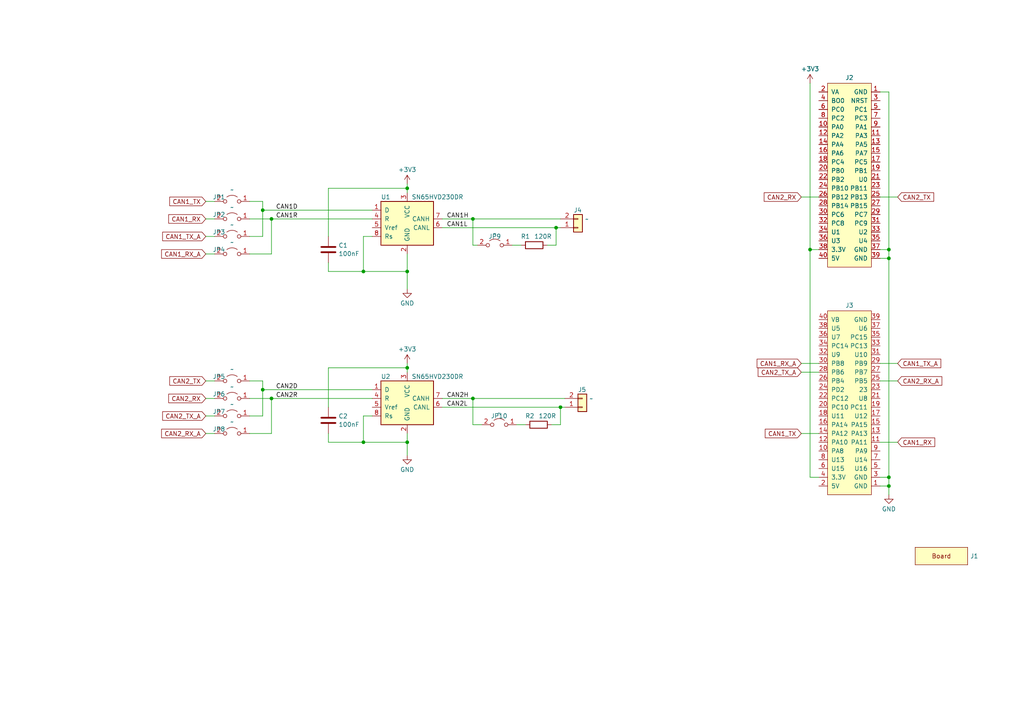
<source format=kicad_sch>
(kicad_sch (version 20230121) (generator eeschema)
  (paper "A4")
  (title_block (title "${TITLE}") (rev "${REVISION}") (company "${COMPANY}") (comment 1 "${URL}") (comment 2 "${AUTHOR}") (comment 3 "${AUTHOR_EMAIL}"))
  (lib_symbols
    (symbol "Connector_Generic:Conn_01x02" (pin_names (offset 1.016) hide)
      (property "Reference" "J" (at 0 2.54 0))
      (property "Value" "Conn_01x02" (at 0 -5.08 0))
      (symbol "Conn_01x02_1_1"
        (rectangle (start -1.27 -2.413) (end 0 -2.667) (stroke (width 0.1524)))
        (rectangle (start -1.27 0.127) (end 0 -0.127) (stroke (width 0.1524)))
        (rectangle (start -1.27 1.27) (end 1.27 -3.81) (stroke (width 0.254)) (fill (type background)))
        (pin passive line (at -5.08 0 0) (length 3.81) (name "Pin_1") (number "1"))
        (pin passive line (at -5.08 -2.54 0) (length 3.81) (name "Pin_2") (number "2"))
      )
    )
    (symbol "Device:C" (pin_numbers hide) (pin_names (offset 0.254))
      (property "Reference" "C" (at 0.635 2.54 0))
      (property "Value" "C" (at 0.635 -2.54 0))
      (symbol "C_0_1"
        (polyline (pts (xy -2.032 -0.762) (xy 2.032 -0.762)) (stroke (width 0.508)))
        (polyline (pts (xy -2.032 0.762) (xy 2.032 0.762)) (stroke (width 0.508)))
      )
      (symbol "C_1_1"
        (pin passive line (at 0 3.81 270) (length 2.794) (name "~") (number "1"))
        (pin passive line (at 0 -3.81 90) (length 2.794) (name "~") (number "2"))
      )
    )
    (symbol "Device:R" (pin_numbers hide) (pin_names (offset 0))
      (property "Reference" "R" (at 2.032 0 90))
      (property "Value" "R" (at 0 0 90))
      (symbol "R_0_1"
        (rectangle (start -1.016 -2.54) (end 1.016 2.54) (stroke (width 0.254)))
      )
      (symbol "R_1_1"
        (pin passive line (at 0 3.81 270) (length 1.27) (name "~") (number "1"))
        (pin passive line (at 0 -3.81 90) (length 1.27) (name "~") (number "2"))
      )
    )
    (symbol "Interface_CAN_LIN:SN65HVD230" (pin_names (offset 1.016))
      (property "Reference" "U" (at -2.54 10.16 0))
      (property "Value" "SN65HVD230" (at -2.54 7.62 0))
      (symbol "SN65HVD230_0_1"
        (rectangle (start -7.62 5.08) (end 7.62 -7.62) (stroke (width 0.254)) (fill (type background)))
      )
      (symbol "SN65HVD230_1_1"
        (pin input line (at -10.16 2.54 0) (length 2.54) (name "D") (number "1"))
        (pin power_in line (at 0 -10.16 90) (length 2.54) (name "GND") (number "2"))
        (pin power_in line (at 0 7.62 270) (length 2.54) (name "VCC") (number "3"))
        (pin output line (at -10.16 0 0) (length 2.54) (name "R") (number "4"))
        (pin output line (at -10.16 -2.54 0) (length 2.54) (name "Vref") (number "5"))
        (pin bidirectional line (at 10.16 -2.54 180) (length 2.54) (name "CANL") (number "6"))
        (pin bidirectional line (at 10.16 0 180) (length 2.54) (name "CANH") (number "7"))
        (pin input line (at -10.16 -5.08 0) (length 2.54) (name "Rs") (number "8"))
      )
    )
    (symbol "Jumper:Jumper_2_Open" (pin_names (offset 0) hide)
      (property "Reference" "JP" (at 0 2.794 0))
      (property "Value" "Jumper_2_Open" (at 0 -2.286 0))
      (symbol "Jumper_2_Open_0_0"
        (circle (center -2.032 0) (radius 0.508))
        (circle (center 2.032 0) (radius 0.508))
      )
      (symbol "Jumper_2_Open_0_1"
        (arc (start 1.524 1.27) (mid 0 1.778) (end -1.524 1.27))
      )
      (symbol "Jumper_2_Open_1_1"
        (pin passive line (at -5.08 0 0) (length 2.54) (name "A") (number "1"))
        (pin passive line (at 5.08 0 180) (length 2.54) (name "B") (number "2"))
      )
    )
    (symbol "power:+3V3" (power) (pin_names (offset 0))
      (property "Value" "+3V3" (at 0 3.556 0))
      (symbol "+3V3_0_1"
        (polyline (pts (xy -0.762 1.27) (xy 0 2.54)))
        (polyline (pts (xy 0 0) (xy 0 2.54)))
        (polyline (pts (xy 0 2.54) (xy 0.762 1.27)))
      )
      (symbol "+3V3_1_1"
        (pin power_in line (at 0 0 90) (length 0) hide (name "+3V3") (number "1"))
      )
    )
    (symbol "power:GND" (power) (pin_names (offset 0))
      (property "Value" "GND" (at 0 -3.81 0))
      (symbol "GND_0_1"
        (polyline (pts (xy 0 0) (xy 0 -1.27) (xy 1.27 -1.27) (xy 0 -2.54) (xy -1.27 -1.27) (xy 0 -1.27)))
      )
      (symbol "GND_1_1"
        (pin power_in line (at 0 0 270) (length 0) hide (name "GND") (number "1"))
      )
    )
    (symbol "stm32world:STM32WORLD_BOARD" (pin_names (offset 1.016))
      (property "Reference" "J" (at -6.35 3.81 0))
      (symbol "STM32WORLD_BOARD_0_0"
        (text "Board" (at 0 0 0) (effects (font (size 1.27 1.27))))
      )
      (symbol "STM32WORLD_BOARD_0_1"
        (rectangle (start -7.62 2.54) (end 7.62 -2.54) (stroke (width 0.1524)) (fill (type background)))
      )
    )
    (symbol "stm32world:STM32WORLD_CONNECTOR_1" (pin_names (offset 1.016))
      (property "Reference" "J" (at -6.35 27.94 0))
      (symbol "STM32WORLD_CONNECTOR_1_0_1"
        (rectangle (start -6.35 26.67) (end 6.35 -26.67) (fill (type background)))
      )
      (symbol "STM32WORLD_CONNECTOR_1_1_1"
        (pin passive line (at 8.89 24.13 180) (length 2.54) (name "GND") (number "1"))
        (pin passive line (at -8.89 13.97 0) (length 2.54) (name "PA0") (number "10"))
        (pin passive line (at 8.89 11.43 180) (length 2.54) (name "PA3") (number "11"))
        (pin passive line (at -8.89 11.43 0) (length 2.54) (name "PA2") (number "12"))
        (pin passive line (at 8.89 8.89 180) (length 2.54) (name "PA5") (number "13"))
        (pin passive line (at -8.89 8.89 0) (length 2.54) (name "PA4") (number "14"))
        (pin passive line (at 8.89 6.35 180) (length 2.54) (name "PA7") (number "15"))
        (pin passive line (at -8.89 6.35 0) (length 2.54) (name "PA6") (number "16"))
        (pin passive line (at 8.89 3.81 180) (length 2.54) (name "PC5") (number "17"))
        (pin passive line (at -8.89 3.81 0) (length 2.54) (name "PC4") (number "18"))
        (pin passive line (at 8.89 1.27 180) (length 2.54) (name "PB1") (number "19"))
        (pin passive line (at -8.89 24.13 0) (length 2.54) (name "VA") (number "2"))
        (pin passive line (at -8.89 1.27 0) (length 2.54) (name "PB0") (number "20"))
        (pin passive line (at 8.89 -1.27 180) (length 2.54) (name "U0") (number "21"))
        (pin passive line (at -8.89 -1.27 0) (length 2.54) (name "PB2") (number "22"))
        (pin passive line (at 8.89 -3.81 180) (length 2.54) (name "PB11") (number "23"))
        (pin passive line (at -8.89 -3.81 0) (length 2.54) (name "PB10") (number "24"))
        (pin passive line (at 8.89 -6.35 180) (length 2.54) (name "PB13") (number "25"))
        (pin passive line (at -8.89 -6.35 0) (length 2.54) (name "PB12") (number "26"))
        (pin passive line (at 8.89 -8.89 180) (length 2.54) (name "PB15") (number "27"))
        (pin passive line (at -8.89 -8.89 0) (length 2.54) (name "PB14") (number "28"))
        (pin passive line (at 8.89 -11.43 180) (length 2.54) (name "PC7") (number "29"))
        (pin passive line (at 8.89 21.59 180) (length 2.54) (name "NRST") (number "3"))
        (pin passive line (at -8.89 -11.43 0) (length 2.54) (name "PC6") (number "30"))
        (pin passive line (at 8.89 -13.97 180) (length 2.54) (name "PC9") (number "31"))
        (pin passive line (at -8.89 -13.97 0) (length 2.54) (name "PC8") (number "32"))
        (pin passive line (at 8.89 -16.51 180) (length 2.54) (name "U2") (number "33"))
        (pin passive line (at -8.89 -16.51 0) (length 2.54) (name "U1") (number "34"))
        (pin passive line (at 8.89 -19.05 180) (length 2.54) (name "U4") (number "35"))
        (pin passive line (at -8.89 -19.05 0) (length 2.54) (name "U3") (number "36"))
        (pin passive line (at 8.89 -21.59 180) (length 2.54) (name "GND") (number "37"))
        (pin passive line (at -8.89 -21.59 0) (length 2.54) (name "3.3V") (number "38"))
        (pin passive line (at 8.89 -24.13 180) (length 2.54) (name "GND") (number "39"))
        (pin passive line (at -8.89 21.59 0) (length 2.54) (name "BO0") (number "4"))
        (pin passive line (at -8.89 -24.13 0) (length 2.54) (name "5V") (number "40"))
        (pin passive line (at 8.89 19.05 180) (length 2.54) (name "PC1") (number "5"))
        (pin passive line (at -8.89 19.05 0) (length 2.54) (name "PC0") (number "6"))
        (pin passive line (at 8.89 16.51 180) (length 2.54) (name "PC3") (number "7"))
        (pin passive line (at -8.89 16.51 0) (length 2.54) (name "PC2") (number "8"))
        (pin passive line (at 8.89 13.97 180) (length 2.54) (name "PA1") (number "9"))
      )
    )
    (symbol "stm32world:STM32WORLD_CONNECTOR_2" (pin_names (offset 1.016))
      (property "Reference" "J" (at -5.08 27.94 0))
      (symbol "STM32WORLD_CONNECTOR_2_0_1"
        (rectangle (start 6.35 26.67) (end -6.35 -26.67) (fill (type background)))
      )
      (symbol "STM32WORLD_CONNECTOR_2_1_1"
        (pin passive line (at 8.89 -24.13 180) (length 2.54) (name "GND") (number "1"))
        (pin passive line (at -8.89 -13.97 0) (length 2.54) (name "PA8") (number "10"))
        (pin passive line (at 8.89 -11.43 180) (length 2.54) (name "PA11") (number "11"))
        (pin passive line (at -8.89 -11.43 0) (length 2.54) (name "PA10") (number "12"))
        (pin passive line (at 8.89 -8.89 180) (length 2.54) (name "PA13") (number "13"))
        (pin passive line (at -8.89 -8.89 0) (length 2.54) (name "PA12") (number "14"))
        (pin passive line (at 8.89 -6.35 180) (length 2.54) (name "PA15") (number "15"))
        (pin passive line (at -8.89 -6.35 0) (length 2.54) (name "PA14") (number "16"))
        (pin passive line (at 8.89 -3.81 180) (length 2.54) (name "U12") (number "17"))
        (pin passive line (at -8.89 -3.81 0) (length 2.54) (name "U11") (number "18"))
        (pin passive line (at 8.89 -1.27 180) (length 2.54) (name "PC11") (number "19"))
        (pin passive line (at -8.89 -24.13 0) (length 2.54) (name "5V") (number "2"))
        (pin passive line (at -8.89 -1.27 0) (length 2.54) (name "PC10") (number "20"))
        (pin passive line (at 8.89 1.27 180) (length 2.54) (name "U8") (number "21"))
        (pin passive line (at -8.89 1.27 0) (length 2.54) (name "PC12") (number "22"))
        (pin passive line (at 8.89 3.81 180) (length 2.54) (name "23") (number "23"))
        (pin passive line (at -8.89 3.81 0) (length 2.54) (name "PD2") (number "24"))
        (pin passive line (at 8.89 6.35 180) (length 2.54) (name "PB5") (number "25"))
        (pin passive line (at -8.89 6.35 0) (length 2.54) (name "PB4") (number "26"))
        (pin passive line (at 8.89 8.89 180) (length 2.54) (name "PB7") (number "27"))
        (pin passive line (at -8.89 8.89 0) (length 2.54) (name "PB6") (number "28"))
        (pin passive line (at 8.89 11.43 180) (length 2.54) (name "PB9") (number "29"))
        (pin passive line (at 8.89 -21.59 180) (length 2.54) (name "GND") (number "3"))
        (pin passive line (at -8.89 11.43 0) (length 2.54) (name "PB8") (number "30"))
        (pin passive line (at 8.89 13.97 180) (length 2.54) (name "U10") (number "31"))
        (pin passive line (at -8.89 13.97 0) (length 2.54) (name "U9") (number "32"))
        (pin passive line (at 8.89 16.51 180) (length 2.54) (name "PC13") (number "33"))
        (pin passive line (at -8.89 16.51 0) (length 2.54) (name "PC14") (number "34"))
        (pin passive line (at 8.89 19.05 180) (length 2.54) (name "PC15") (number "35"))
        (pin passive line (at -8.89 19.05 0) (length 2.54) (name "U7") (number "36"))
        (pin passive line (at 8.89 21.59 180) (length 2.54) (name "U6") (number "37"))
        (pin passive line (at -8.89 21.59 0) (length 2.54) (name "U5") (number "38"))
        (pin passive line (at 8.89 24.13 180) (length 2.54) (name "GND") (number "39"))
        (pin passive line (at -8.89 -21.59 0) (length 2.54) (name "3.3V") (number "4"))
        (pin passive line (at -8.89 24.13 0) (length 2.54) (name "VB") (number "40"))
        (pin passive line (at 8.89 -19.05 180) (length 2.54) (name "U16") (number "5"))
        (pin passive line (at -8.89 -19.05 0) (length 2.54) (name "U15") (number "6"))
        (pin passive line (at 8.89 -16.51 180) (length 2.54) (name "U14") (number "7"))
        (pin passive line (at -8.89 -16.51 0) (length 2.54) (name "U13") (number "8"))
        (pin passive line (at 8.89 -13.97 180) (length 2.54) (name "PA9") (number "9"))
      )
    )
  )
  (junction (at 105.41 78.74))
  (junction (at 234.95 72.39))
  (junction (at 161.29 66.04))
  (junction (at 118.11 128.27))
  (junction (at 137.16 115.57))
  (junction (at 257.81 138.43))
  (junction (at 78.74 115.57))
  (junction (at 118.11 106.68))
  (junction (at 162.56 118.11))
  (junction (at 78.74 63.5))
  (junction (at 118.11 54.61))
  (junction (at 257.81 74.93))
  (junction (at 105.41 128.27))
  (junction (at 76.2 113.03))
  (junction (at 257.81 72.39))
  (junction (at 257.81 140.97))
  (junction (at 118.11 78.74))
  (junction (at 137.16 63.5))
  (junction (at 76.2 60.96))
  (wire (pts (xy 76.2 68.58) (xy 72.39 68.58)))
  (wire (pts (xy 72.39 63.5) (xy 78.74 63.5)))
  (wire (pts (xy 76.2 58.42) (xy 72.39 58.42)))
  (wire (pts (xy 76.2 60.96) (xy 76.2 58.42)))
  (wire (pts (xy 78.74 115.57) (xy 107.95 115.57)))
  (wire (pts (xy 72.39 110.49) (xy 76.2 110.49)))
  (wire (pts (xy 162.56 63.5) (xy 137.16 63.5)))
  (wire (pts (xy 107.95 68.58) (xy 105.41 68.58)))
  (wire (pts (xy 72.39 115.57) (xy 78.74 115.57)))
  (wire (pts (xy 255.27 105.41) (xy 260.35 105.41)))
  (wire (pts (xy 163.83 115.57) (xy 137.16 115.57)))
  (wire (pts (xy 59.69 110.49) (xy 62.23 110.49)))
  (wire (pts (xy 76.2 110.49) (xy 76.2 113.03)))
  (wire (pts (xy 59.69 63.5) (xy 62.23 63.5)))
  (wire (pts (xy 139.7 123.19) (xy 137.16 123.19)))
  (wire (pts (xy 78.74 125.73) (xy 72.39 125.73)))
  (wire (pts (xy 234.95 138.43) (xy 237.49 138.43)))
  (wire (pts (xy 76.2 113.03) (xy 107.95 113.03)))
  (wire (pts (xy 255.27 128.27) (xy 260.35 128.27)))
  (wire (pts (xy 148.59 71.12) (xy 151.13 71.12)))
  (wire (pts (xy 232.41 57.15) (xy 237.49 57.15)))
  (wire (pts (xy 95.25 76.2) (xy 95.25 78.74)))
  (wire (pts (xy 105.41 68.58) (xy 105.41 78.74)))
  (wire (pts (xy 76.2 113.03) (xy 76.2 120.65)))
  (wire (pts (xy 118.11 83.82) (xy 118.11 78.74)))
  (wire (pts (xy 137.16 115.57) (xy 128.27 115.57)))
  (wire (pts (xy 59.69 68.58) (xy 62.23 68.58)))
  (wire (pts (xy 95.25 78.74) (xy 105.41 78.74)))
  (wire (pts (xy 255.27 140.97) (xy 257.81 140.97)))
  (wire (pts (xy 105.41 120.65) (xy 105.41 128.27)))
  (wire (pts (xy 76.2 60.96) (xy 76.2 68.58)))
  (wire (pts (xy 163.83 118.11) (xy 162.56 118.11)))
  (wire (pts (xy 76.2 120.65) (xy 72.39 120.65)))
  (wire (pts (xy 107.95 60.96) (xy 76.2 60.96)))
  (wire (pts (xy 137.16 63.5) (xy 137.16 71.12)))
  (wire (pts (xy 255.27 110.49) (xy 260.35 110.49)))
  (wire (pts (xy 95.25 118.11) (xy 95.25 106.68)))
  (wire (pts (xy 234.95 72.39) (xy 237.49 72.39)))
  (wire (pts (xy 162.56 118.11) (xy 128.27 118.11)))
  (wire (pts (xy 95.25 106.68) (xy 118.11 106.68)))
  (wire (pts (xy 118.11 54.61) (xy 118.11 55.88)))
  (wire (pts (xy 95.25 54.61) (xy 95.25 68.58)))
  (wire (pts (xy 160.02 123.19) (xy 162.56 123.19)))
  (wire (pts (xy 118.11 105.41) (xy 118.11 106.68)))
  (wire (pts (xy 118.11 54.61) (xy 95.25 54.61)))
  (wire (pts (xy 257.81 138.43) (xy 257.81 74.93)))
  (wire (pts (xy 138.43 71.12) (xy 137.16 71.12)))
  (wire (pts (xy 78.74 63.5) (xy 78.74 73.66)))
  (wire (pts (xy 255.27 138.43) (xy 257.81 138.43)))
  (wire (pts (xy 78.74 73.66) (xy 72.39 73.66)))
  (wire (pts (xy 59.69 120.65) (xy 62.23 120.65)))
  (wire (pts (xy 257.81 72.39) (xy 257.81 26.67)))
  (wire (pts (xy 59.69 125.73) (xy 62.23 125.73)))
  (wire (pts (xy 234.95 72.39) (xy 234.95 138.43)))
  (wire (pts (xy 257.81 140.97) (xy 257.81 138.43)))
  (wire (pts (xy 105.41 128.27) (xy 118.11 128.27)))
  (wire (pts (xy 59.69 58.42) (xy 62.23 58.42)))
  (wire (pts (xy 78.74 115.57) (xy 78.74 125.73)))
  (wire (pts (xy 255.27 72.39) (xy 257.81 72.39)))
  (wire (pts (xy 137.16 63.5) (xy 128.27 63.5)))
  (wire (pts (xy 78.74 63.5) (xy 107.95 63.5)))
  (wire (pts (xy 232.41 105.41) (xy 237.49 105.41)))
  (wire (pts (xy 257.81 143.51) (xy 257.81 140.97)))
  (wire (pts (xy 59.69 73.66) (xy 62.23 73.66)))
  (wire (pts (xy 118.11 106.68) (xy 118.11 107.95)))
  (wire (pts (xy 137.16 123.19) (xy 137.16 115.57)))
  (wire (pts (xy 257.81 26.67) (xy 255.27 26.67)))
  (wire (pts (xy 162.56 123.19) (xy 162.56 118.11)))
  (wire (pts (xy 105.41 78.74) (xy 118.11 78.74)))
  (wire (pts (xy 118.11 132.08) (xy 118.11 128.27)))
  (wire (pts (xy 255.27 74.93) (xy 257.81 74.93)))
  (wire (pts (xy 234.95 24.13) (xy 234.95 72.39)))
  (wire (pts (xy 149.86 123.19) (xy 152.4 123.19)))
  (wire (pts (xy 232.41 107.95) (xy 237.49 107.95)))
  (wire (pts (xy 255.27 57.15) (xy 260.35 57.15)))
  (wire (pts (xy 161.29 66.04) (xy 128.27 66.04)))
  (wire (pts (xy 118.11 78.74) (xy 118.11 73.66)))
  (wire (pts (xy 162.56 66.04) (xy 161.29 66.04)))
  (wire (pts (xy 107.95 120.65) (xy 105.41 120.65)))
  (wire (pts (xy 161.29 71.12) (xy 161.29 66.04)))
  (wire (pts (xy 158.75 71.12) (xy 161.29 71.12)))
  (wire (pts (xy 232.41 125.73) (xy 237.49 125.73)))
  (wire (pts (xy 257.81 74.93) (xy 257.81 72.39)))
  (wire (pts (xy 95.25 128.27) (xy 105.41 128.27)))
  (wire (pts (xy 118.11 128.27) (xy 118.11 125.73)))
  (wire (pts (xy 118.11 53.34) (xy 118.11 54.61)))
  (wire (pts (xy 95.25 125.73) (xy 95.25 128.27)))
  (wire (pts (xy 59.69 115.57) (xy 62.23 115.57)))
  (label "CAN2R" (at 80.01 115.57 0))
  (label "CAN1R" (at 80.01 63.5 0))
  (label "CAN1L" (at 129.54 66.04 0))
  (label "CAN2L" (at 129.54 118.11 0))
  (label "CAN1H" (at 129.54 63.5 0))
  (label "CAN2H" (at 129.54 115.57 0))
  (label "CAN1D" (at 80.01 60.96 0))
  (label "CAN2D" (at 80.01 113.03 0))
  (global_label "CAN2_TX_A" (shape input) (at 232.41 107.95 180) (property "Intersheetrefs" "${INTERSHEET_REFS}" (effects hide)))
  (global_label "CAN2_TX" (shape input) (at 59.69 110.49 180) (property "Intersheetrefs" "${INTERSHEET_REFS}" (effects hide)))
  (global_label "CAN1_TX" (shape input) (at 59.69 58.42 180) (property "Intersheetrefs" "${INTERSHEET_REFS}" (effects hide)))
  (global_label "CAN2_RX" (shape input) (at 59.69 115.57 180) (property "Intersheetrefs" "${INTERSHEET_REFS}" (effects hide)))
  (global_label "CAN2_RX_A" (shape input) (at 260.35 110.49 0) (property "Intersheetrefs" "${INTERSHEET_REFS}" (effects hide)))
  (global_label "CAN2_TX_A" (shape input) (at 59.69 120.65 180) (property "Intersheetrefs" "${INTERSHEET_REFS}" (effects hide)))
  (global_label "CAN1_TX_A" (shape input) (at 260.35 105.41 0) (property "Intersheetrefs" "${INTERSHEET_REFS}" (effects hide)))
  (global_label "CAN1_RX" (shape input) (at 260.35 128.27 0) (property "Intersheetrefs" "${INTERSHEET_REFS}" (effects hide)))
  (global_label "CAN1_TX_A" (shape input) (at 59.69 68.58 180) (property "Intersheetrefs" "${INTERSHEET_REFS}" (effects hide)))
  (global_label "CAN1_TX" (shape input) (at 232.41 125.73 180) (property "Intersheetrefs" "${INTERSHEET_REFS}" (effects hide)))
  (global_label "CAN1_RX" (shape input) (at 59.69 63.5 180) (property "Intersheetrefs" "${INTERSHEET_REFS}" (effects hide)))
  (global_label "CAN1_RX_A" (shape input) (at 232.41 105.41 180) (property "Intersheetrefs" "${INTERSHEET_REFS}" (effects hide)))
  (global_label "CAN1_RX_A" (shape input) (at 59.69 73.66 180) (property "Intersheetrefs" "${INTERSHEET_REFS}" (effects hide)))
  (global_label "CAN2_RX" (shape input) (at 232.41 57.15 180) (property "Intersheetrefs" "${INTERSHEET_REFS}" (effects hide)))
  (global_label "CAN2_TX" (shape input) (at 260.35 57.15 0) (property "Intersheetrefs" "${INTERSHEET_REFS}" (effects hide)))
  (global_label "CAN2_RX_A" (shape input) (at 59.69 125.73 180) (property "Intersheetrefs" "${INTERSHEET_REFS}" (effects hide)))
  (symbol (lib_id "Interface_CAN_LIN:SN65HVD230") (at 118.11 63.5 0) (unit 1)
    (property "Reference" "U1" (at 110.49 57.15 0) (effects (justify left)))
    (property "Value" "SN65HVD230DR" (at 119.38 57.15 0) (effects (justify left)))
    (property "Footprint" "Package_SO:SOIC-8_3.9x4.9mm_P1.27mm" (effects hide))
    (property "Datasheet" "https://datasheet.lcsc.com/lcsc/2304140030_Texas-Instruments-SN65HVD230DR_C12084.pdf" (effects hide))
    (property "LCSC" "C12084" (effects hide))
  )
  (symbol (lib_id "stm32world:STM32WORLD_CONNECTOR_2") (at 246.38 116.84 0) (unit 1)
    (property "Reference" "J3" (at 246.38 88.5769 0))
    (property "Value" "STM32WORLD_CONNECTOR_2" (effects hide))
    (property "Footprint" "stm32world:PinSocket_2x20_P2.54mm_Vertical_Stackable" (effects hide))
    (property "LCSC" "C35165" (effects hide))
  )
  (symbol (lib_id "Jumper:Jumper_2_Open") (at 67.31 125.73 0) (mirror y) (unit 1)
    (property "Reference" "JP8" (at 63.5 124.46 0))
    (property "Value" "~" (at 67.31 122.3589 0))
    (property "Footprint" "Jumper:SolderJumper-2_P1.3mm_Open_TrianglePad1.0x1.5mm" (effects hide))
  )
  (symbol (lib_id "Device:C") (at 95.25 72.39 0) (unit 1)
    (property "Reference" "C1" (at 98.171 71.1779 0) (effects (justify left)))
    (property "Value" "100nF" (at 98.171 73.6021 0) (effects (justify left)))
    (property "Footprint" "Capacitor_SMD:C_0603_1608Metric" (effects hide))
    (property "LCSC" "C14663" (effects hide))
  )
  (symbol (lib_id "Connector_Generic:Conn_01x02") (at 167.64 66.04 0) (mirror x) (unit 1)
    (property "Reference" "J4" (at 166.37 60.96 0) (effects (justify left)))
    (property "Value" "~" (at 169.672 63.5579 0) (effects (justify left)))
    (property "Footprint" "TerminalBlock_Phoenix:TerminalBlock_Phoenix_PT-1,5-2-5.0-H_1x02_P5.00mm_Horizontal" (effects hide))
  )
  (symbol (lib_id "Jumper:Jumper_2_Open") (at 67.31 120.65 0) (mirror y) (unit 1)
    (property "Reference" "JP7" (at 63.5 119.38 0))
    (property "Value" "~" (at 67.31 117.2789 0))
    (property "Footprint" "Jumper:SolderJumper-2_P1.3mm_Open_TrianglePad1.0x1.5mm" (effects hide))
  )
  (symbol (lib_id "Device:R") (at 154.94 71.12 90) (unit 1)
    (property "Reference" "R1" (at 152.4 68.58 90))
    (property "Value" "120R" (at 157.48 68.58 90))
    (property "Footprint" "Resistor_SMD:R_0603_1608Metric" (effects hide))
    (property "LCSC" "C22787" (effects hide))
  )
  (symbol (lib_id "Jumper:Jumper_2_Open") (at 67.31 58.42 0) (mirror y) (unit 1)
    (property "Reference" "JP1" (at 63.5 57.15 0))
    (property "Value" "~" (at 67.31 55.0489 0))
    (property "Footprint" "Jumper:SolderJumper-2_P1.3mm_Open_TrianglePad1.0x1.5mm" (effects hide))
  )
  (symbol (lib_id "power:GND") (at 118.11 132.08 0) (unit 1)
    (property "Reference" "#PWR02" (effects hide))
    (property "Value" "GND" (at 118.11 136.2131 0))
  )
  (symbol (lib_id "Jumper:Jumper_2_Open") (at 144.78 123.19 0) (mirror y) (unit 1)
    (property "Reference" "JP10" (at 144.78 120.65 0))
    (property "Value" "~" (at 144.78 119.8189 0))
    (property "Footprint" "Jumper:SolderJumper-2_P1.3mm_Open_TrianglePad1.0x1.5mm" (effects hide))
  )
  (symbol (lib_id "power:GND") (at 257.81 143.51 0) (unit 1)
    (property "Reference" "#PWR03" (effects hide))
    (property "Value" "GND" (at 257.81 147.6431 0))
  )
  (symbol (lib_id "Jumper:Jumper_2_Open") (at 67.31 73.66 0) (mirror y) (unit 1)
    (property "Reference" "JP4" (at 63.5 72.39 0))
    (property "Value" "~" (at 67.31 70.2889 0))
    (property "Footprint" "Jumper:SolderJumper-2_P1.3mm_Open_TrianglePad1.0x1.5mm" (effects hide))
  )
  (symbol (lib_id "power:+3V3") (at 118.11 105.41 0) (unit 1)
    (property "Reference" "#PWR05" (effects hide))
    (property "Value" "+3V3" (at 118.11 101.2769 0))
  )
  (symbol (lib_id "Device:C") (at 95.25 121.92 0) (unit 1)
    (property "Reference" "C2" (at 98.171 120.7079 0) (effects (justify left)))
    (property "Value" "100nF" (at 98.171 123.1321 0) (effects (justify left)))
    (property "Footprint" "Capacitor_SMD:C_0603_1608Metric" (effects hide))
    (property "LCSC" "C14663" (effects hide))
  )
  (symbol (lib_id "Interface_CAN_LIN:SN65HVD230") (at 118.11 115.57 0) (unit 1)
    (property "Reference" "U2" (at 110.49 109.22 0) (effects (justify left)))
    (property "Value" "SN65HVD230DR" (at 119.38 109.22 0) (effects (justify left)))
    (property "Footprint" "Package_SO:SOIC-8_3.9x4.9mm_P1.27mm" (effects hide))
    (property "Datasheet" "https://datasheet.lcsc.com/lcsc/2304140030_Texas-Instruments-SN65HVD230DR_C12084.pdf" (effects hide))
    (property "LCSC" "C12084" (effects hide))
  )
  (symbol (lib_id "power:+3V3") (at 234.95 24.13 0) (unit 1)
    (property "Reference" "#PWR06" (effects hide))
    (property "Value" "+3V3" (at 234.95 19.9969 0))
  )
  (symbol (lib_id "power:GND") (at 118.11 83.82 0) (unit 1)
    (property "Reference" "#PWR01" (effects hide))
    (property "Value" "GND" (at 118.11 87.9531 0))
  )
  (symbol (lib_id "power:+3V3") (at 118.11 53.34 0) (unit 1)
    (property "Reference" "#PWR04" (effects hide))
    (property "Value" "+3V3" (at 118.11 49.2069 0))
  )
  (symbol (lib_id "stm32world:STM32WORLD_BOARD") (at 273.05 161.29 0) (unit 1)
    (property "Reference" "J1" (at 281.3812 161.29 0) (effects (justify left)))
    (property "Value" "STM32WORLD_BOARD" (effects hide))
    (property "Footprint" "stm32world:STM32WORLD_BOARD" (effects hide))
  )
  (symbol (lib_id "Jumper:Jumper_2_Open") (at 143.51 71.12 0) (mirror y) (unit 1)
    (property "Reference" "JP9" (at 143.51 68.58 0))
    (property "Value" "~" (at 143.51 67.7489 0))
    (property "Footprint" "Jumper:SolderJumper-2_P1.3mm_Open_TrianglePad1.0x1.5mm" (effects hide))
  )
  (symbol (lib_id "stm32world:STM32WORLD_CONNECTOR_1") (at 246.38 50.8 0) (unit 1)
    (property "Reference" "J2" (at 246.38 22.5369 0))
    (property "Value" "STM32WORLD_CONNECTOR_1" (effects hide))
    (property "Footprint" "stm32world:PinSocket_2x20_P2.54mm_Vertical_Stackable" (effects hide))
    (property "LCSC" "C35165" (effects hide))
  )
  (symbol (lib_id "Device:R") (at 156.21 123.19 90) (unit 1)
    (property "Reference" "R2" (at 153.67 120.65 90))
    (property "Value" "120R" (at 158.75 120.65 90))
    (property "Footprint" "Resistor_SMD:R_0603_1608Metric" (effects hide))
    (property "LCSC" "C22787" (effects hide))
  )
  (symbol (lib_id "Jumper:Jumper_2_Open") (at 67.31 110.49 0) (mirror y) (unit 1)
    (property "Reference" "JP5" (at 63.5 109.22 0))
    (property "Value" "~" (at 67.31 107.1189 0))
    (property "Footprint" "Jumper:SolderJumper-2_P1.3mm_Open_TrianglePad1.0x1.5mm" (effects hide))
  )
  (symbol (lib_id "Jumper:Jumper_2_Open") (at 67.31 68.58 0) (mirror y) (unit 1)
    (property "Reference" "JP3" (at 63.5 67.31 0))
    (property "Value" "~" (at 67.31 65.2089 0))
    (property "Footprint" "Jumper:SolderJumper-2_P1.3mm_Open_TrianglePad1.0x1.5mm" (effects hide))
  )
  (symbol (lib_id "Connector_Generic:Conn_01x02") (at 168.91 118.11 0) (mirror x) (unit 1)
    (property "Reference" "J5" (at 167.64 113.03 0) (effects (justify left)))
    (property "Value" "~" (at 170.942 115.6279 0) (effects (justify left)))
    (property "Footprint" "TerminalBlock_Phoenix:TerminalBlock_Phoenix_PT-1,5-2-5.0-H_1x02_P5.00mm_Horizontal" (effects hide))
  )
  (symbol (lib_id "Jumper:Jumper_2_Open") (at 67.31 115.57 0) (mirror y) (unit 1)
    (property "Reference" "JP6" (at 63.5 114.3 0))
    (property "Value" "~" (at 67.31 112.1989 0))
    (property "Footprint" "Jumper:SolderJumper-2_P1.3mm_Open_TrianglePad1.0x1.5mm" (effects hide))
  )
  (symbol (lib_id "Jumper:Jumper_2_Open") (at 67.31 63.5 0) (mirror y) (unit 1)
    (property "Reference" "JP2" (at 63.5 62.23 0))
    (property "Value" "~" (at 67.31 60.1289 0))
    (property "Footprint" "Jumper:SolderJumper-2_P1.3mm_Open_TrianglePad1.0x1.5mm" (effects hide))
  )
)
</source>
